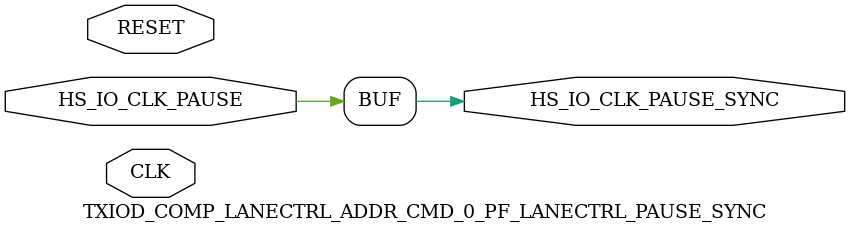
<source format=v>


module TXIOD_COMP_LANECTRL_ADDR_CMD_0_PF_LANECTRL_PAUSE_SYNC( CLK, RESET, HS_IO_CLK_PAUSE, HS_IO_CLK_PAUSE_SYNC );
	
	input CLK, RESET, HS_IO_CLK_PAUSE;
	output HS_IO_CLK_PAUSE_SYNC;

	parameter ENABLE_PAUSE_EXTENSION = 2'b00;

	reg pause_reg_0, pause_reg_1, pause;
	wire pause_sync_0_i;

	generate 
		if( ENABLE_PAUSE_EXTENSION == 3'b000 ) begin : feed
			assign HS_IO_CLK_PAUSE_SYNC = HS_IO_CLK_PAUSE;
		end else if( ENABLE_PAUSE_EXTENSION == 3'b001 ) begin : pipe
			(* HS_IO_CLK_PAUSE_SYNC = 1, syn_keep = 1 *) SLE pause_sync_0(
				.CLK( CLK ),
				.D( HS_IO_CLK_PAUSE ),
				.Q( pause_sync_0_i ),
				.LAT( 1'b0 ),
				.EN( 1'b1 ),
				.ALn( ~RESET ),
				.ADn( 1'b1 ),
				.SLn( 1'b1 ),
				.SD( 1'b0 )
				);

			(* HS_IO_CLK_PAUSE_SYNC = 1, syn_keep = 1 *) SLE pause_sync (
				.CLK( CLK ),
				.D( pause_sync_0_i ),
				.Q( HS_IO_CLK_PAUSE_SYNC ),
				.LAT( 1'b0 ),
				.EN( 1'b1 ),
				.ALn( ~RESET ),
				.ADn( 1'b1 ),
				.SLn( 1'b1 ),
				.SD( 1'b0 )
				);
		end else if ( ENABLE_PAUSE_EXTENSION == 3'b010 ) begin : ext_pipe
			always @(posedge CLK or posedge RESET) begin : ext
				if( RESET == 1'b1 ) begin
					pause_reg_0 <= 1'b0;
					pause_reg_1 <= 1'b0;
					pause <= 1'b0;
				end else begin
					pause_reg_0 <= HS_IO_CLK_PAUSE;
					pause_reg_1 <= pause_reg_0;
					if( HS_IO_CLK_PAUSE == 1'b0 && pause_reg_0 ==1'b1 && pause_reg_1 == 1'b0 )
						pause <= 1'b1; // Extend by 1 cycle if the pulse is less than a cycle
					else
						pause <= HS_IO_CLK_PAUSE;
				end
			end

			(* HS_IO_CLK_PAUSE_SYNC = 1, syn_keep = 1 *) SLE pause_sync (
				.CLK( CLK ),
				.D( pause ),
				.Q( HS_IO_CLK_PAUSE_SYNC ),
				.LAT( 1'b0 ),
				.EN( 1'b1 ),
				.ALn( ~RESET ),
				.ADn( 1'b1 ),
				.SLn( 1'b1 ),
				.SD( 1'b0 )
				);
		end else if ( ENABLE_PAUSE_EXTENSION == 3'b011 ) begin : pipe_fall 
			(* HS_IO_CLK_PAUSE_SYNC = 1, syn_keep = 1 *) SLE pause_sync_0 (
				.CLK( CLK ),
				.D( HS_IO_CLK_PAUSE ),
				.Q( pause_sync_0_i ),
				.LAT( 1'b0 ),
				.EN( 1'b1 ),
				.ALn( ~RESET ),
				.ADn( 1'b1 ),
				.SLn( 1'b1 ),
				.SD( 1'b0 )
				);

			(* HS_IO_CLK_PAUSE_SYNC = 1, syn_keep = 1 *) SLE pause_sync (
				.CLK( ~CLK ),
				.D( pause_sync_0_i ),
				.Q( HS_IO_CLK_PAUSE_SYNC ),
				.LAT( 1'b0 ),
				.EN( 1'b1 ),
				.ALn( ~RESET ),
				.ADn( 1'b1 ),
				.SLn( 1'b1 ),
				.SD( 1'b0 )
				);
		end else if ( ENABLE_PAUSE_EXTENSION == 3'b100 ) begin : ext_pipe_fall 
			always @(posedge CLK or posedge RESET) begin : ext
				if( RESET == 1'b1 ) begin
					pause_reg_0 <= 1'b0;
					pause_reg_1 <= 1'b0;
					pause <= 1'b0;
				end else begin
					pause_reg_0 <= HS_IO_CLK_PAUSE;
					pause_reg_1 <= pause_reg_0;
					if( HS_IO_CLK_PAUSE == 1'b0 && pause_reg_0 ==1'b1 && pause_reg_1 == 1'b0 )
						pause <= 1'b1; // Extend by 1 cycle if the pulse is less than a cycle
					else
						pause <= HS_IO_CLK_PAUSE;
				end
			end

			(* HS_IO_CLK_PAUSE_SYNC = 1, syn_keep = 1 *) SLE pause_sync (
				.CLK( ~CLK ),
				.D( pause ),
				.Q( HS_IO_CLK_PAUSE_SYNC ),
				.LAT( 1'b0 ),
				.EN( 1'b1 ),
				.ALn( ~RESET ),
				.ADn( 1'b1 ),
				.SLn( 1'b1 ),
				.SD( 1'b0 )
				);
		end
	endgenerate

endmodule
</source>
